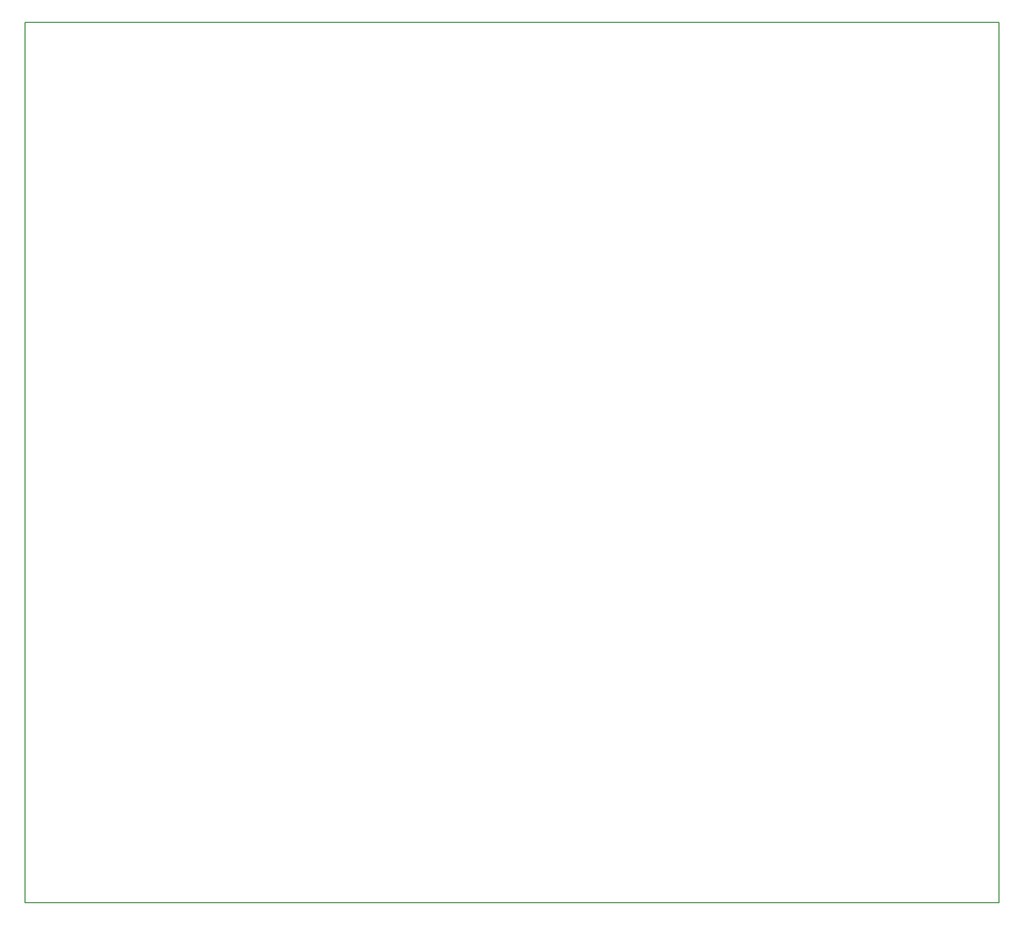
<source format=gbr>
G04 #@! TF.FileFunction,Profile,NP*
%FSLAX46Y46*%
G04 Gerber Fmt 4.6, Leading zero omitted, Abs format (unit mm)*
G04 Created by KiCad (PCBNEW 4.0.7) date 07/23/18 11:07:22*
%MOMM*%
%LPD*%
G01*
G04 APERTURE LIST*
%ADD10C,0.400000*%
%ADD11C,0.150000*%
G04 APERTURE END LIST*
D10*
D11*
X67000000Y-161000000D02*
X69000000Y-161000000D01*
X67000000Y-21000000D02*
X69000000Y-21000000D01*
X67000000Y-161000000D02*
X67000000Y-21000000D01*
X222000000Y-161000000D02*
X69000000Y-161000000D01*
X222000000Y-21000000D02*
X222000000Y-161000000D01*
X69000000Y-21000000D02*
X222000000Y-21000000D01*
M02*

</source>
